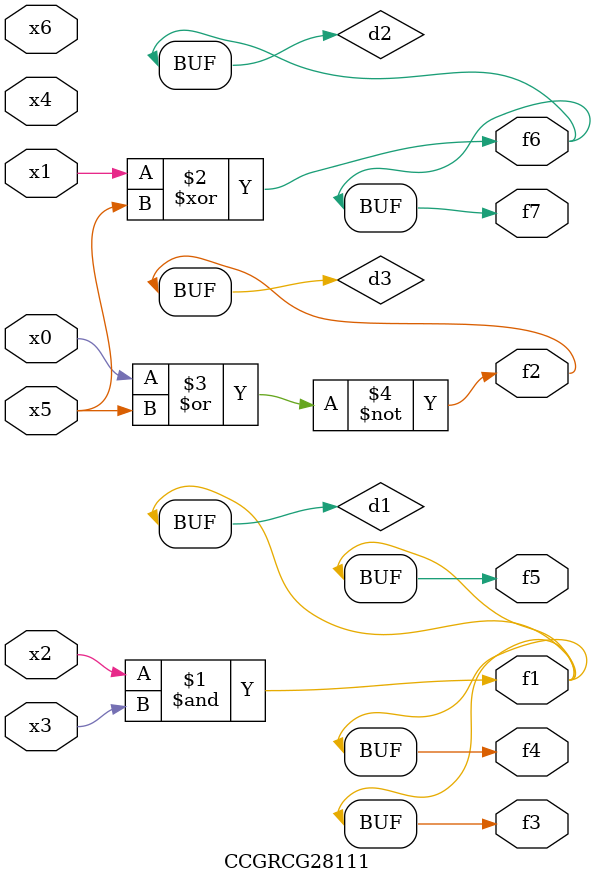
<source format=v>
module CCGRCG28111(
	input x0, x1, x2, x3, x4, x5, x6,
	output f1, f2, f3, f4, f5, f6, f7
);

	wire d1, d2, d3;

	and (d1, x2, x3);
	xor (d2, x1, x5);
	nor (d3, x0, x5);
	assign f1 = d1;
	assign f2 = d3;
	assign f3 = d1;
	assign f4 = d1;
	assign f5 = d1;
	assign f6 = d2;
	assign f7 = d2;
endmodule

</source>
